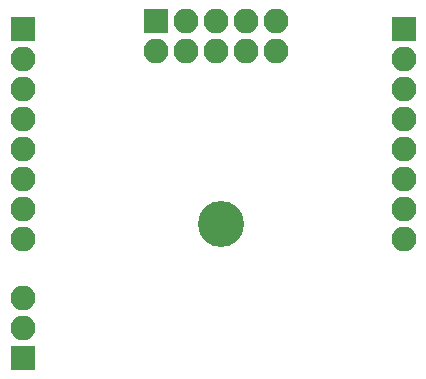
<source format=gbr>
G04 #@! TF.FileFunction,Soldermask,Bot*
%FSLAX46Y46*%
G04 Gerber Fmt 4.6, Leading zero omitted, Abs format (unit mm)*
G04 Created by KiCad (PCBNEW 4.0.7) date Wed Apr  4 13:04:03 2018*
%MOMM*%
%LPD*%
G01*
G04 APERTURE LIST*
%ADD10C,0.100000*%
%ADD11R,2.100000X2.100000*%
%ADD12O,2.100000X2.100000*%
%ADD13C,3.900000*%
G04 APERTURE END LIST*
D10*
D11*
X119418100Y-91338400D03*
D12*
X119418100Y-88798400D03*
X119418100Y-86258400D03*
D11*
X119380000Y-63500000D03*
D12*
X119380000Y-66040000D03*
X119380000Y-68580000D03*
X119380000Y-71120000D03*
X119380000Y-73660000D03*
X119380000Y-76200000D03*
X119380000Y-78740000D03*
X119380000Y-81280000D03*
D11*
X151638000Y-63500000D03*
D12*
X151638000Y-66040000D03*
X151638000Y-68580000D03*
X151638000Y-71120000D03*
X151638000Y-73660000D03*
X151638000Y-76200000D03*
X151638000Y-78740000D03*
X151638000Y-81280000D03*
D13*
X136144000Y-80010000D03*
D11*
X130670300Y-62865000D03*
D12*
X130670300Y-65405000D03*
X133210300Y-62865000D03*
X133210300Y-65405000D03*
X135750300Y-62865000D03*
X135750300Y-65405000D03*
X138290300Y-62865000D03*
X138290300Y-65405000D03*
X140830300Y-62865000D03*
X140830300Y-65405000D03*
M02*

</source>
